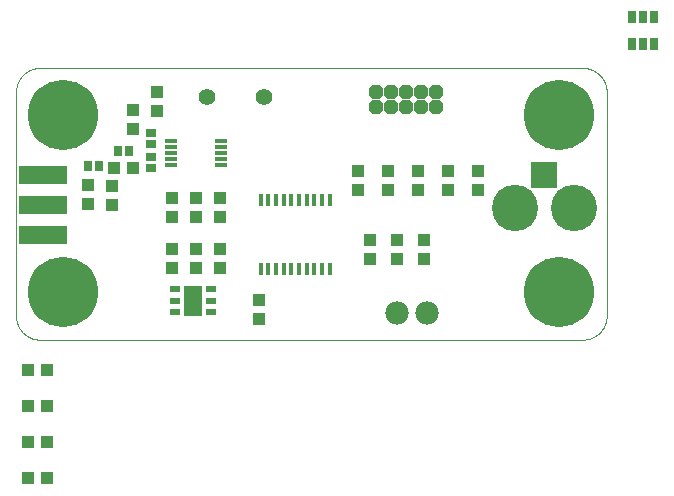
<source format=gts>
G75*
%MOIN*%
%OFA0B0*%
%FSLAX25Y25*%
%IPPOS*%
%LPD*%
%AMOC8*
5,1,8,0,0,1.08239X$1,22.5*
%
%ADD10C,0.00000*%
%ADD11R,0.04337X0.01384*%
%ADD12R,0.04337X0.04140*%
%ADD13C,0.05600*%
%ADD14R,0.04140X0.04337*%
%ADD15R,0.03550X0.02172*%
%ADD16R,0.06306X0.09849*%
%ADD17R,0.02723X0.03235*%
%ADD18R,0.03235X0.02723*%
%ADD19R,0.01600X0.04300*%
%ADD20OC8,0.04762*%
%ADD21C,0.15424*%
%ADD22R,0.08668X0.08668*%
%ADD23R,0.16400X0.06400*%
%ADD24C,0.23400*%
%ADD25R,0.02762X0.03943*%
%ADD26C,0.07800*%
D10*
X0010374Y0051000D02*
X0191476Y0051000D01*
X0191666Y0051002D01*
X0191856Y0051009D01*
X0192046Y0051021D01*
X0192236Y0051037D01*
X0192425Y0051057D01*
X0192614Y0051083D01*
X0192802Y0051112D01*
X0192989Y0051147D01*
X0193175Y0051186D01*
X0193360Y0051229D01*
X0193545Y0051277D01*
X0193728Y0051329D01*
X0193909Y0051385D01*
X0194089Y0051446D01*
X0194268Y0051512D01*
X0194445Y0051581D01*
X0194621Y0051655D01*
X0194794Y0051733D01*
X0194966Y0051816D01*
X0195135Y0051902D01*
X0195303Y0051992D01*
X0195468Y0052087D01*
X0195631Y0052185D01*
X0195791Y0052288D01*
X0195949Y0052394D01*
X0196104Y0052504D01*
X0196257Y0052617D01*
X0196407Y0052735D01*
X0196553Y0052856D01*
X0196697Y0052980D01*
X0196838Y0053108D01*
X0196976Y0053239D01*
X0197111Y0053374D01*
X0197242Y0053512D01*
X0197370Y0053653D01*
X0197494Y0053797D01*
X0197615Y0053943D01*
X0197733Y0054093D01*
X0197846Y0054246D01*
X0197956Y0054401D01*
X0198062Y0054559D01*
X0198165Y0054719D01*
X0198263Y0054882D01*
X0198358Y0055047D01*
X0198448Y0055215D01*
X0198534Y0055384D01*
X0198617Y0055556D01*
X0198695Y0055729D01*
X0198769Y0055905D01*
X0198838Y0056082D01*
X0198904Y0056261D01*
X0198965Y0056441D01*
X0199021Y0056622D01*
X0199073Y0056805D01*
X0199121Y0056990D01*
X0199164Y0057175D01*
X0199203Y0057361D01*
X0199238Y0057548D01*
X0199267Y0057736D01*
X0199293Y0057925D01*
X0199313Y0058114D01*
X0199329Y0058304D01*
X0199341Y0058494D01*
X0199348Y0058684D01*
X0199350Y0058874D01*
X0199350Y0133677D01*
X0199348Y0133867D01*
X0199341Y0134057D01*
X0199329Y0134247D01*
X0199313Y0134437D01*
X0199293Y0134626D01*
X0199267Y0134815D01*
X0199238Y0135003D01*
X0199203Y0135190D01*
X0199164Y0135376D01*
X0199121Y0135561D01*
X0199073Y0135746D01*
X0199021Y0135929D01*
X0198965Y0136110D01*
X0198904Y0136290D01*
X0198838Y0136469D01*
X0198769Y0136646D01*
X0198695Y0136822D01*
X0198617Y0136995D01*
X0198534Y0137167D01*
X0198448Y0137336D01*
X0198358Y0137504D01*
X0198263Y0137669D01*
X0198165Y0137832D01*
X0198062Y0137992D01*
X0197956Y0138150D01*
X0197846Y0138305D01*
X0197733Y0138458D01*
X0197615Y0138608D01*
X0197494Y0138754D01*
X0197370Y0138898D01*
X0197242Y0139039D01*
X0197111Y0139177D01*
X0196976Y0139312D01*
X0196838Y0139443D01*
X0196697Y0139571D01*
X0196553Y0139695D01*
X0196407Y0139816D01*
X0196257Y0139934D01*
X0196104Y0140047D01*
X0195949Y0140157D01*
X0195791Y0140263D01*
X0195631Y0140366D01*
X0195468Y0140464D01*
X0195303Y0140559D01*
X0195135Y0140649D01*
X0194966Y0140735D01*
X0194794Y0140818D01*
X0194621Y0140896D01*
X0194445Y0140970D01*
X0194268Y0141039D01*
X0194089Y0141105D01*
X0193909Y0141166D01*
X0193728Y0141222D01*
X0193545Y0141274D01*
X0193360Y0141322D01*
X0193175Y0141365D01*
X0192989Y0141404D01*
X0192802Y0141439D01*
X0192614Y0141468D01*
X0192425Y0141494D01*
X0192236Y0141514D01*
X0192046Y0141530D01*
X0191856Y0141542D01*
X0191666Y0141549D01*
X0191476Y0141551D01*
X0010374Y0141551D01*
X0010184Y0141549D01*
X0009994Y0141542D01*
X0009804Y0141530D01*
X0009614Y0141514D01*
X0009425Y0141494D01*
X0009236Y0141468D01*
X0009048Y0141439D01*
X0008861Y0141404D01*
X0008675Y0141365D01*
X0008490Y0141322D01*
X0008305Y0141274D01*
X0008122Y0141222D01*
X0007941Y0141166D01*
X0007761Y0141105D01*
X0007582Y0141039D01*
X0007405Y0140970D01*
X0007229Y0140896D01*
X0007056Y0140818D01*
X0006884Y0140735D01*
X0006715Y0140649D01*
X0006547Y0140559D01*
X0006382Y0140464D01*
X0006219Y0140366D01*
X0006059Y0140263D01*
X0005901Y0140157D01*
X0005746Y0140047D01*
X0005593Y0139934D01*
X0005443Y0139816D01*
X0005297Y0139695D01*
X0005153Y0139571D01*
X0005012Y0139443D01*
X0004874Y0139312D01*
X0004739Y0139177D01*
X0004608Y0139039D01*
X0004480Y0138898D01*
X0004356Y0138754D01*
X0004235Y0138608D01*
X0004117Y0138458D01*
X0004004Y0138305D01*
X0003894Y0138150D01*
X0003788Y0137992D01*
X0003685Y0137832D01*
X0003587Y0137669D01*
X0003492Y0137504D01*
X0003402Y0137336D01*
X0003316Y0137167D01*
X0003233Y0136995D01*
X0003155Y0136822D01*
X0003081Y0136646D01*
X0003012Y0136469D01*
X0002946Y0136290D01*
X0002885Y0136110D01*
X0002829Y0135929D01*
X0002777Y0135746D01*
X0002729Y0135561D01*
X0002686Y0135376D01*
X0002647Y0135190D01*
X0002612Y0135003D01*
X0002583Y0134815D01*
X0002557Y0134626D01*
X0002537Y0134437D01*
X0002521Y0134247D01*
X0002509Y0134057D01*
X0002502Y0133867D01*
X0002500Y0133677D01*
X0002500Y0058874D01*
X0002502Y0058684D01*
X0002509Y0058494D01*
X0002521Y0058304D01*
X0002537Y0058114D01*
X0002557Y0057925D01*
X0002583Y0057736D01*
X0002612Y0057548D01*
X0002647Y0057361D01*
X0002686Y0057175D01*
X0002729Y0056990D01*
X0002777Y0056805D01*
X0002829Y0056622D01*
X0002885Y0056441D01*
X0002946Y0056261D01*
X0003012Y0056082D01*
X0003081Y0055905D01*
X0003155Y0055729D01*
X0003233Y0055556D01*
X0003316Y0055384D01*
X0003402Y0055215D01*
X0003492Y0055047D01*
X0003587Y0054882D01*
X0003685Y0054719D01*
X0003788Y0054559D01*
X0003894Y0054401D01*
X0004004Y0054246D01*
X0004117Y0054093D01*
X0004235Y0053943D01*
X0004356Y0053797D01*
X0004480Y0053653D01*
X0004608Y0053512D01*
X0004739Y0053374D01*
X0004874Y0053239D01*
X0005012Y0053108D01*
X0005153Y0052980D01*
X0005297Y0052856D01*
X0005443Y0052735D01*
X0005593Y0052617D01*
X0005746Y0052504D01*
X0005901Y0052394D01*
X0006059Y0052288D01*
X0006219Y0052185D01*
X0006382Y0052087D01*
X0006547Y0051992D01*
X0006715Y0051902D01*
X0006884Y0051816D01*
X0007056Y0051733D01*
X0007229Y0051655D01*
X0007405Y0051581D01*
X0007582Y0051512D01*
X0007761Y0051446D01*
X0007941Y0051385D01*
X0008122Y0051329D01*
X0008305Y0051277D01*
X0008490Y0051229D01*
X0008675Y0051186D01*
X0008861Y0051147D01*
X0009048Y0051112D01*
X0009236Y0051083D01*
X0009425Y0051057D01*
X0009614Y0051037D01*
X0009804Y0051021D01*
X0009994Y0051009D01*
X0010184Y0051002D01*
X0010374Y0051000D01*
D11*
X0054070Y0109362D03*
X0054070Y0111331D03*
X0054070Y0113299D03*
X0054070Y0115268D03*
X0054070Y0117236D03*
X0070709Y0117236D03*
X0070709Y0115268D03*
X0070709Y0113299D03*
X0070709Y0111331D03*
X0070709Y0109362D03*
D12*
X0070500Y0098150D03*
X0070500Y0091850D03*
X0062500Y0091850D03*
X0054500Y0091850D03*
X0054500Y0098150D03*
X0062500Y0098150D03*
X0062500Y0081150D03*
X0054500Y0081150D03*
X0054500Y0074850D03*
X0062500Y0074850D03*
X0070500Y0074850D03*
X0070500Y0081150D03*
X0083500Y0064150D03*
X0083500Y0057850D03*
X0120500Y0077850D03*
X0120500Y0084150D03*
X0129500Y0084150D03*
X0129500Y0077850D03*
X0138500Y0077850D03*
X0138500Y0084150D03*
X0136500Y0100850D03*
X0136500Y0107150D03*
X0126500Y0107150D03*
X0126500Y0100850D03*
X0116500Y0100850D03*
X0116500Y0107150D03*
X0146500Y0107150D03*
X0146500Y0100850D03*
X0156500Y0100850D03*
X0156500Y0107150D03*
X0049406Y0127150D03*
X0049406Y0133449D03*
X0041390Y0127449D03*
X0041390Y0121150D03*
X0034390Y0102349D03*
X0026390Y0102449D03*
X0026390Y0096150D03*
X0034390Y0096050D03*
D13*
X0066000Y0132000D03*
X0085000Y0132000D03*
D14*
X0006350Y0005000D03*
X0012650Y0005000D03*
X0012650Y0017000D03*
X0006350Y0017000D03*
X0006350Y0029000D03*
X0012650Y0029000D03*
X0012650Y0041000D03*
X0006350Y0041000D03*
X0035240Y0108299D03*
X0041539Y0108299D03*
D15*
X0055594Y0067937D03*
X0055594Y0064000D03*
X0055594Y0060063D03*
X0067406Y0060063D03*
X0067406Y0064000D03*
X0067406Y0067937D03*
D16*
X0061500Y0064000D03*
D17*
X0030280Y0108799D03*
X0026500Y0108799D03*
X0036500Y0113799D03*
X0040280Y0113799D03*
D18*
X0047500Y0111890D03*
X0047500Y0108110D03*
X0047500Y0116110D03*
X0047500Y0119890D03*
D19*
X0083984Y0097487D03*
X0086543Y0097487D03*
X0089102Y0097487D03*
X0091661Y0097487D03*
X0094220Y0097487D03*
X0096780Y0097487D03*
X0099339Y0097487D03*
X0101898Y0097487D03*
X0104457Y0097487D03*
X0107016Y0097487D03*
X0107016Y0074513D03*
X0104457Y0074513D03*
X0101898Y0074513D03*
X0099339Y0074513D03*
X0096780Y0074513D03*
X0094220Y0074513D03*
X0091661Y0074513D03*
X0089102Y0074513D03*
X0086543Y0074513D03*
X0083984Y0074513D03*
D20*
X0122500Y0128500D03*
X0127500Y0128500D03*
X0132500Y0128500D03*
X0137500Y0128500D03*
X0142500Y0128500D03*
X0142500Y0133500D03*
X0137500Y0133500D03*
X0132500Y0133500D03*
X0127500Y0133500D03*
X0122500Y0133500D03*
D21*
X0168657Y0095000D03*
X0188343Y0095000D03*
D22*
X0178500Y0106024D03*
D23*
X0011500Y0106000D03*
X0011500Y0096000D03*
X0011500Y0086000D03*
D24*
X0018248Y0066748D03*
X0018248Y0125803D03*
X0183602Y0125803D03*
X0183602Y0066748D03*
D25*
X0207760Y0149472D03*
X0211500Y0149472D03*
X0215240Y0149472D03*
X0215240Y0158528D03*
X0211500Y0158528D03*
X0207760Y0158528D03*
D26*
X0139500Y0060000D03*
X0129500Y0060000D03*
M02*

</source>
